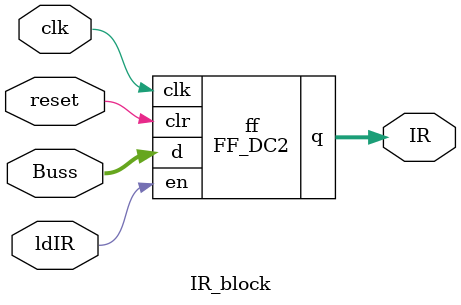
<source format=v>
`timescale 1ns / 1ps
module FF_DC2(q, clk, clr, en, d);
	input clk, clr, en;
	input[15:0] d;
	output reg[15:0] q;

	always @(posedge clk)
	if (clr) q <= 0;
	else if (en)  q <= d;
endmodule
module IR_block(output[15:0] IR, input[15:0] Buss, input clk, input ldIR, input reset);
	FF_DC2 ff(IR, clk, reset, ldIR, Buss);
endmodule

</source>
